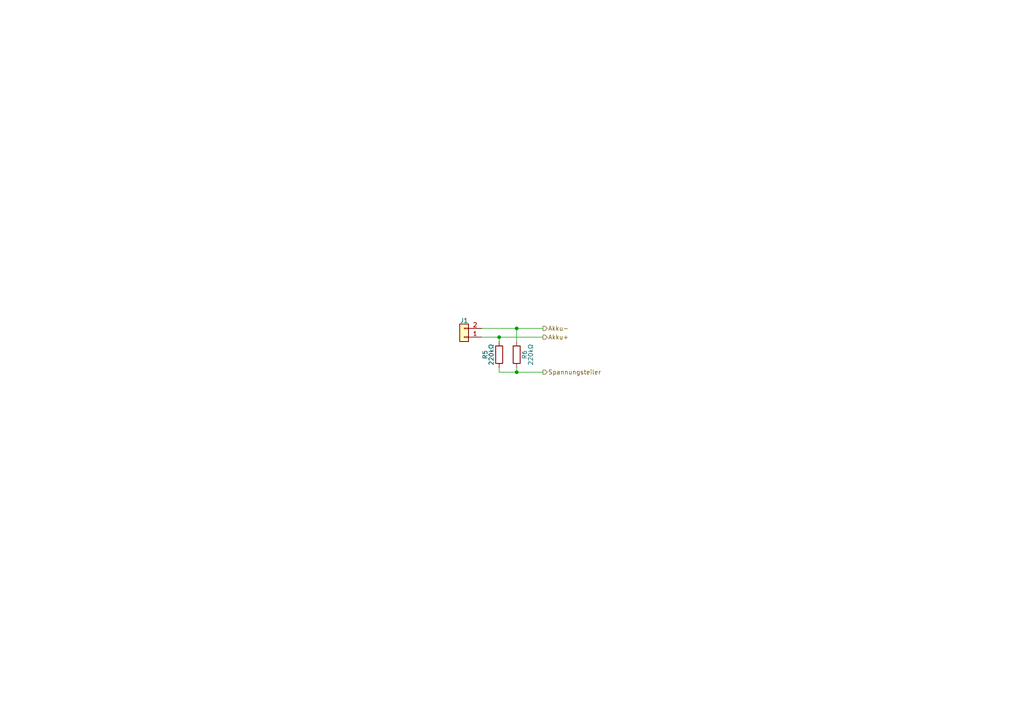
<source format=kicad_sch>
(kicad_sch (version 20231120) (generator "eeschema") (generator_version "8.0")
  (paper "A4")
  (lib_symbols
    (symbol "Connector_Generic:Conn_01x02" (pin_names (offset 1.016) hide)
      (property "Reference" "J" (at 0 2.54 0))
      (property "Value" "Conn_01x02" (at 0 -5.08 0))
      (symbol "Conn_01x02_1_1"
        (rectangle (start -1.27 -2.413) (end 0 -2.667) (stroke (width 0.1524)))
        (rectangle (start -1.27 0.127) (end 0 -0.127) (stroke (width 0.1524)))
        (rectangle (start -1.27 1.27) (end 1.27 -3.81) (stroke (width 0.254)) (fill (type background)))
        (pin passive line (at -5.08 0 0) (length 3.81) (name "Pin_1") (number "1"))
        (pin passive line (at -5.08 -2.54 0) (length 3.81) (name "Pin_2") (number "2"))
      )
    )
    (symbol "Device:R" (pin_numbers hide) (pin_names (offset 0))
      (property "Reference" "R" (at 2.032 0 90))
      (property "Value" "R" (at 0 0 90))
      (symbol "R_0_1"
        (rectangle (start -1.016 -2.54) (end 1.016 2.54) (stroke (width 0.254)))
      )
      (symbol "R_1_1"
        (pin passive line (at 0 3.81 270) (length 1.27) (name "~") (number "1"))
        (pin passive line (at 0 -3.81 90) (length 1.27) (name "~") (number "2"))
      )
    )
  )
  (junction (at 149.86 107.95))
  (junction (at 149.86 95.25))
  (junction (at 144.78 97.79))
  (wire (pts (xy 157.48 107.95) (xy 149.86 107.95)))
  (wire (pts (xy 157.48 97.79) (xy 144.78 97.79)))
  (wire (pts (xy 149.86 95.25) (xy 149.86 99.06)))
  (wire (pts (xy 144.78 106.68) (xy 144.78 107.95)))
  (wire (pts (xy 139.7 97.79) (xy 144.78 97.79)))
  (wire (pts (xy 144.78 97.79) (xy 144.78 99.06)))
  (wire (pts (xy 157.48 95.25) (xy 149.86 95.25)))
  (wire (pts (xy 149.86 107.95) (xy 144.78 107.95)))
  (wire (pts (xy 149.86 106.68) (xy 149.86 107.95)))
  (wire (pts (xy 139.7 95.25) (xy 149.86 95.25)))
  (hierarchical_label "Akku+" (shape output) (at 157.48 97.79 0))
  (hierarchical_label "Spannungsteiler" (shape output) (at 157.48 107.95 0))
  (hierarchical_label "Akku-" (shape output) (at 157.48 95.25 0))
  (symbol (lib_id "Connector_Generic:Conn_01x02") (at 134.62 97.79 180) (unit 1)
    (property "Reference" "J1" (at 134.62 92.964 0))
    (property "Value" "JST_XH 01x02" (effects (hide yes)))
    (property "Footprint" "Connector_JST:JST_XH_B2B-XH-A_1x02_P2.50mm_Vertical" (effects (hide yes)))
    (property "Description" "Generic connector, single row, 01x02, script generated (kicad-library-utils/schlib/autogen/connector/)" (effects (hide yes)))
  )
  (symbol (lib_id "Device:R") (at 149.86 102.87 180) (unit 1)
    (property "Reference" "R6" (at 152.146 102.87 90))
    (property "Value" "220kΩ" (at 153.924 102.87 90))
    (property "Footprint" "Resistor_SMD:R_0805_2012Metric_Pad1.20x1.40mm_HandSolder" (effects (hide yes)))
    (property "Description" "Resistor" (effects (hide yes)))
  )
  (symbol (lib_id "Device:R") (at 144.78 102.87 0) (unit 1)
    (property "Reference" "R5" (at 140.716 102.87 90))
    (property "Value" "220kΩ" (at 142.494 102.87 90))
    (property "Footprint" "Resistor_SMD:R_0805_2012Metric_Pad1.20x1.40mm_HandSolder" (effects (hide yes)))
    (property "Description" "Resistor" (effects (hide yes)))
  )
)
</source>
